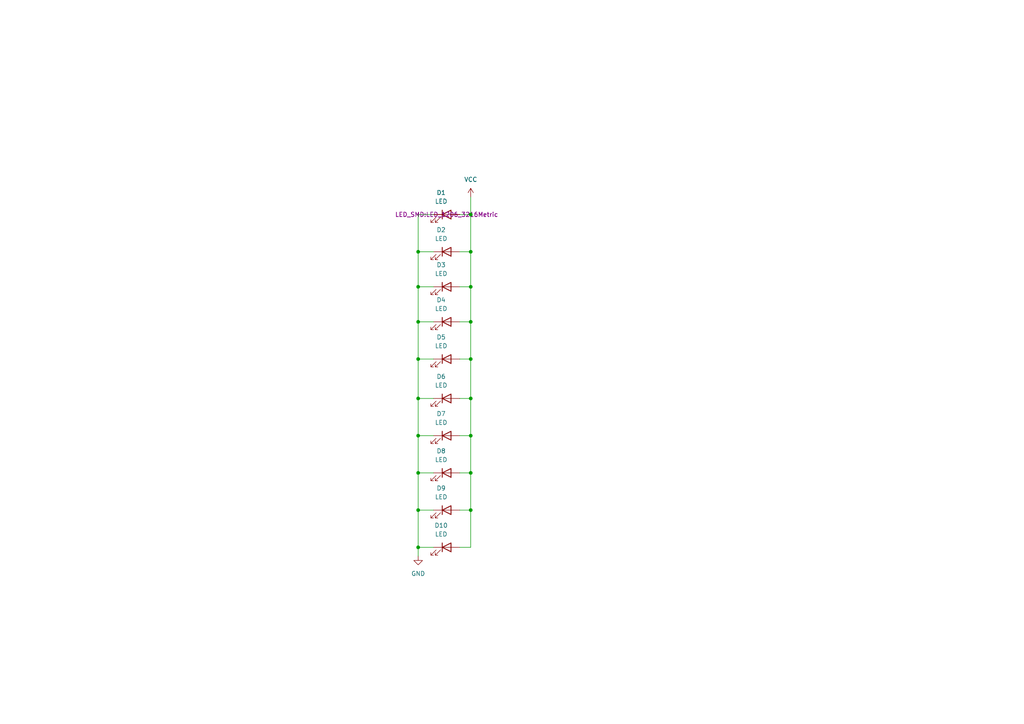
<source format=kicad_sch>
(kicad_sch (version 20230121) (generator eeschema)
  (paper "A4")
  (lib_symbols
    (symbol "Device:LED" (pin_numbers hide) (pin_names (offset 1.016) hide)
      (property "Reference" "D" (at 0 2.54 0))
      (property "Value" "LED" (at 0 -2.54 0))
      (symbol "LED_0_1"
        (polyline (pts (xy -1.27 -1.27) (xy -1.27 1.27)) (stroke (width 0.254)))
        (polyline (pts (xy -1.27 0) (xy 1.27 0)))
        (polyline (pts (xy 1.27 -1.27) (xy 1.27 1.27) (xy -1.27 0) (xy 1.27 -1.27)) (stroke (width 0.254)))
        (polyline (pts (xy -3.048 -0.762) (xy -4.572 -2.286) (xy -3.81 -2.286) (xy -4.572 -2.286) (xy -4.572 -1.524)))
        (polyline (pts (xy -1.778 -0.762) (xy -3.302 -2.286) (xy -2.54 -2.286) (xy -3.302 -2.286) (xy -3.302 -1.524)))
      )
      (symbol "LED_1_1"
        (pin passive line (at -3.81 0 0) (length 2.54) (name "K") (number "1"))
        (pin passive line (at 3.81 0 180) (length 2.54) (name "A") (number "2"))
      )
    )
    (symbol "power:GND" (power) (pin_names (offset 0))
      (property "Value" "GND" (at 0 -3.81 0))
      (symbol "GND_0_1"
        (polyline (pts (xy 0 0) (xy 0 -1.27) (xy 1.27 -1.27) (xy 0 -2.54) (xy -1.27 -1.27) (xy 0 -1.27)))
      )
      (symbol "GND_1_1"
        (pin power_in line (at 0 0 270) (length 0) hide (name "GND") (number "1"))
      )
    )
    (symbol "power:VCC" (power) (pin_names (offset 0))
      (property "Value" "VCC" (at 0 3.81 0))
      (symbol "VCC_0_1"
        (polyline (pts (xy -0.762 1.27) (xy 0 2.54)))
        (polyline (pts (xy 0 0) (xy 0 2.54)))
        (polyline (pts (xy 0 2.54) (xy 0.762 1.27)))
      )
      (symbol "VCC_1_1"
        (pin power_in line (at 0 0 90) (length 0) hide (name "VCC") (number "1"))
      )
    )
  )
  (junction (at 136.525 93.345))
  (junction (at 136.525 126.365))
  (junction (at 121.285 104.14))
  (junction (at 136.525 115.57))
  (junction (at 121.285 83.185))
  (junction (at 121.285 93.345))
  (junction (at 136.525 104.14))
  (junction (at 121.285 158.75))
  (junction (at 136.525 137.16))
  (junction (at 121.285 115.57))
  (junction (at 121.285 147.955))
  (junction (at 121.285 73.025))
  (junction (at 136.525 62.23))
  (junction (at 121.285 126.365))
  (junction (at 121.285 137.16))
  (junction (at 136.525 83.185))
  (junction (at 136.525 147.955))
  (junction (at 136.525 73.025))
  (wire (pts (xy 136.525 62.23) (xy 136.525 73.025)))
  (wire (pts (xy 133.35 93.345) (xy 136.525 93.345)))
  (wire (pts (xy 125.73 158.75) (xy 121.285 158.75)))
  (wire (pts (xy 121.285 104.14) (xy 121.285 115.57)))
  (wire (pts (xy 121.285 147.955) (xy 121.285 158.75)))
  (wire (pts (xy 133.35 147.955) (xy 136.525 147.955)))
  (wire (pts (xy 133.35 115.57) (xy 136.525 115.57)))
  (wire (pts (xy 125.73 93.345) (xy 121.285 93.345)))
  (wire (pts (xy 125.73 147.955) (xy 121.285 147.955)))
  (wire (pts (xy 136.525 104.14) (xy 136.525 115.57)))
  (wire (pts (xy 133.35 137.16) (xy 136.525 137.16)))
  (wire (pts (xy 133.35 126.365) (xy 136.525 126.365)))
  (wire (pts (xy 121.285 62.23) (xy 121.285 73.025)))
  (wire (pts (xy 136.525 93.345) (xy 136.525 104.14)))
  (wire (pts (xy 136.525 57.15) (xy 136.525 62.23)))
  (wire (pts (xy 125.73 104.14) (xy 121.285 104.14)))
  (wire (pts (xy 133.35 73.025) (xy 136.525 73.025)))
  (wire (pts (xy 136.525 147.955) (xy 136.525 158.75)))
  (wire (pts (xy 121.285 158.75) (xy 121.285 161.29)))
  (wire (pts (xy 121.285 126.365) (xy 121.285 137.16)))
  (wire (pts (xy 136.525 83.185) (xy 136.525 93.345)))
  (wire (pts (xy 136.525 115.57) (xy 136.525 126.365)))
  (wire (pts (xy 121.285 83.185) (xy 121.285 93.345)))
  (wire (pts (xy 125.73 137.16) (xy 121.285 137.16)))
  (wire (pts (xy 125.73 62.23) (xy 121.285 62.23)))
  (wire (pts (xy 121.285 115.57) (xy 121.285 126.365)))
  (wire (pts (xy 121.285 93.345) (xy 121.285 104.14)))
  (wire (pts (xy 133.35 62.23) (xy 136.525 62.23)))
  (wire (pts (xy 125.73 126.365) (xy 121.285 126.365)))
  (wire (pts (xy 125.73 115.57) (xy 121.285 115.57)))
  (wire (pts (xy 133.35 83.185) (xy 136.525 83.185)))
  (wire (pts (xy 136.525 126.365) (xy 136.525 137.16)))
  (wire (pts (xy 121.285 137.16) (xy 121.285 147.955)))
  (wire (pts (xy 125.73 83.185) (xy 121.285 83.185)))
  (wire (pts (xy 133.35 158.75) (xy 136.525 158.75)))
  (wire (pts (xy 121.285 73.025) (xy 121.285 83.185)))
  (wire (pts (xy 133.35 104.14) (xy 136.525 104.14)))
  (wire (pts (xy 136.525 73.025) (xy 136.525 83.185)))
  (wire (pts (xy 136.525 137.16) (xy 136.525 147.955)))
  (wire (pts (xy 125.73 73.025) (xy 121.285 73.025)))
  (symbol (lib_id "Device:LED") (at 129.54 158.75 0) (unit 1)
    (property "Reference" "D10" (at 127.9525 152.4 0))
    (property "Value" "LED" (at 127.9525 154.94 0))
    (property "Footprint" "LED_SMD:LED_1206_3216Metric" (effects hide))
  )
  (symbol (lib_id "Device:LED") (at 129.54 147.955 0) (unit 1)
    (property "Reference" "D9" (at 127.9525 141.605 0))
    (property "Value" "LED" (at 127.9525 144.145 0))
    (property "Footprint" "LED_SMD:LED_1206_3216Metric" (effects hide))
  )
  (symbol (lib_id "Device:LED") (at 129.54 62.23 0) (unit 1)
    (property "Reference" "D1" (at 127.9525 55.88 0))
    (property "Value" "LED" (at 127.9525 58.42 0))
    (property "Footprint" "LED_SMD:LED_1206_3216Metric" (at 129.54 62.23 0))
  )
  (symbol (lib_id "Device:LED") (at 129.54 93.345 0) (unit 1)
    (property "Reference" "D4" (at 127.9525 86.995 0))
    (property "Value" "LED" (at 127.9525 89.535 0))
    (property "Footprint" "LED_SMD:LED_1206_3216Metric" (effects hide))
  )
  (symbol (lib_id "Device:LED") (at 129.54 83.185 0) (unit 1)
    (property "Reference" "D3" (at 127.9525 76.835 0))
    (property "Value" "LED" (at 127.9525 79.375 0))
    (property "Footprint" "LED_SMD:LED_1206_3216Metric" (effects hide))
  )
  (symbol (lib_id "Device:LED") (at 129.54 115.57 0) (unit 1)
    (property "Reference" "D6" (at 127.9525 109.22 0))
    (property "Value" "LED" (at 127.9525 111.76 0))
    (property "Footprint" "LED_SMD:LED_1206_3216Metric" (effects hide))
  )
  (symbol (lib_id "power:GND") (at 121.285 161.29 0) (unit 1)
    (property "Reference" "#PWR01" (effects hide))
    (property "Value" "GND" (at 121.285 166.37 0))
  )
  (symbol (lib_id "Device:LED") (at 129.54 126.365 0) (unit 1)
    (property "Reference" "D7" (at 127.9525 120.015 0))
    (property "Value" "LED" (at 127.9525 122.555 0))
    (property "Footprint" "LED_SMD:LED_1206_3216Metric" (effects hide))
  )
  (symbol (lib_id "power:VCC") (at 136.525 57.15 0) (unit 1)
    (property "Reference" "#PWR02" (effects hide))
    (property "Value" "VCC" (at 136.525 52.07 0))
  )
  (symbol (lib_id "Device:LED") (at 129.54 137.16 0) (unit 1)
    (property "Reference" "D8" (at 127.9525 130.81 0))
    (property "Value" "LED" (at 127.9525 133.35 0))
    (property "Footprint" "LED_SMD:LED_1206_3216Metric" (effects hide))
  )
  (symbol (lib_id "Device:LED") (at 129.54 104.14 0) (unit 1)
    (property "Reference" "D5" (at 127.9525 97.79 0))
    (property "Value" "LED" (at 127.9525 100.33 0))
    (property "Footprint" "LED_SMD:LED_1206_3216Metric" (effects hide))
  )
  (symbol (lib_id "Device:LED") (at 129.54 73.025 0) (unit 1)
    (property "Reference" "D2" (at 127.9525 66.675 0))
    (property "Value" "LED" (at 127.9525 69.215 0))
    (property "Footprint" "LED_SMD:LED_1206_3216Metric" (effects hide))
  )
)
</source>
